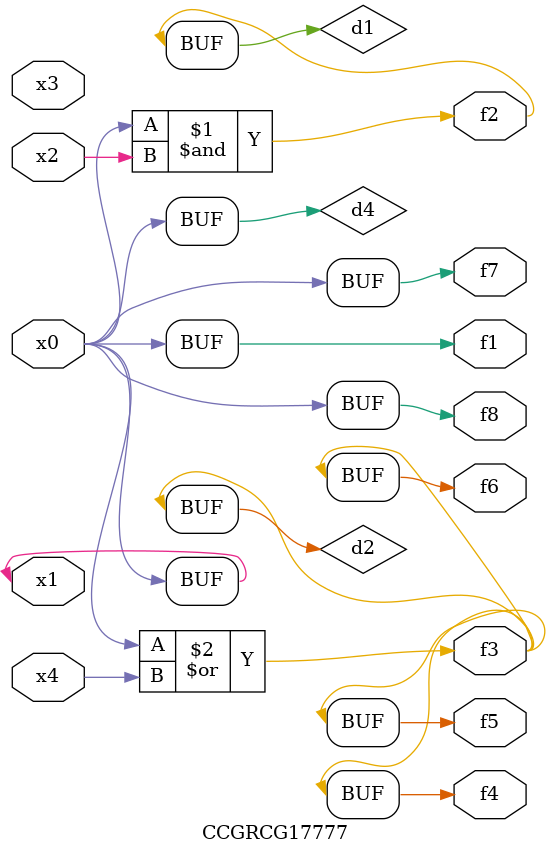
<source format=v>
module CCGRCG17777(
	input x0, x1, x2, x3, x4,
	output f1, f2, f3, f4, f5, f6, f7, f8
);

	wire d1, d2, d3, d4;

	and (d1, x0, x2);
	or (d2, x0, x4);
	nand (d3, x0, x2);
	buf (d4, x0, x1);
	assign f1 = d4;
	assign f2 = d1;
	assign f3 = d2;
	assign f4 = d2;
	assign f5 = d2;
	assign f6 = d2;
	assign f7 = d4;
	assign f8 = d4;
endmodule

</source>
